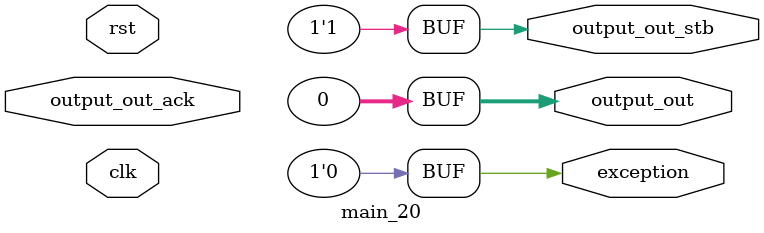
<source format=v>
module main_20 (output_out_ack,clk,rst,output_out,output_out_stb,exception);
  input output_out_ack;
  input clk;
  input rst;
  output [31:0] output_out;
  output output_out_stb;
  output exception;

  assign output_out = 0;
  assign output_out_stb = 1;
  assign exception = 0;
endmodule
</source>
